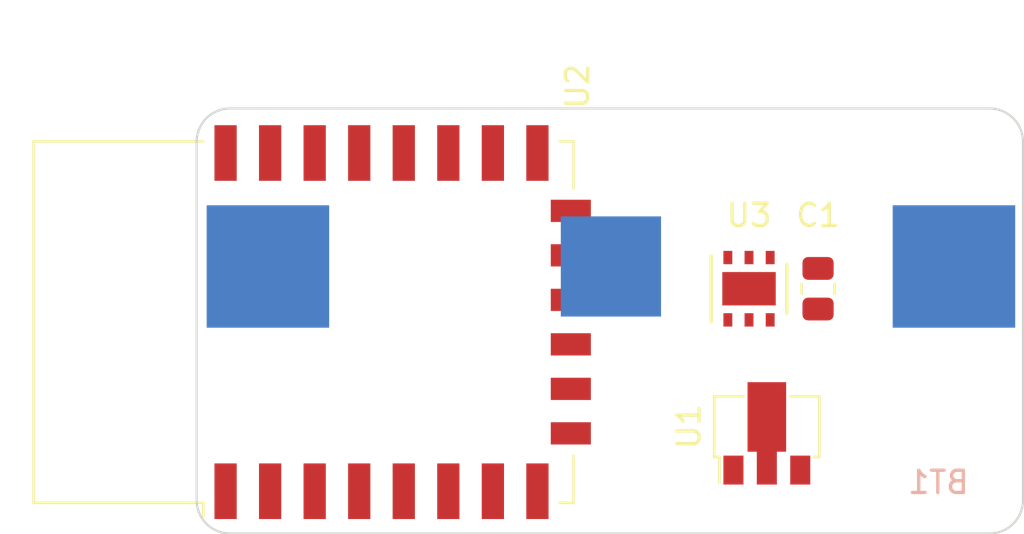
<source format=kicad_pcb>
(kicad_pcb (version 20211014) (generator pcbnew)
  (layers (0 "F.Cu" signal) (31 "B.Cu" signal) (34 "B.Paste" user) (35 "F.Paste" user) (36 "B.SilkS" user "B.Silkscreen") (37 "F.SilkS" user "F.Silkscreen") (38 "B.Mask" user) (39 "F.Mask" user) (44 "Edge.Cuts" user))
  (net 0 "")
  (net 1 "/SDA")
  (net 2 "/SCL")
  (net 4 "GND")
  (net 5 "/DRDY")
  (net 23 "Net-(U1-Pad2)")
  (net 24 "+3V0")
  (footprint "Resistor_SMD:R_0805_2012Metric" (layer "F.Cu") (at 163.1 96.5 -90)
    (fp_text reference "C1" (at -3.3 0 180) (layer "F.SilkS"))
    (fp_text value "100n")
    (fp_line (start -0.227064 0.735) (end 0.227064 0.735) (layer "F.SilkS") (width 0.12))
    (fp_line (start -0.227064 -0.735) (end 0.227064 -0.735) (layer "F.SilkS") (width 0.12))
    (pad "1" smd roundrect locked (at -0.9125 0 270) (size 1.025 1.4) (layers "F.Cu" "F.Paste" "F.Mask") (roundrect_rratio 0.243902) (net 24 "+3V0"))
    (pad "2" smd roundrect locked (at 0.9125 0 270) (size 1.025 1.4) (layers "F.Cu" "F.Paste" "F.Mask") (roundrect_rratio 0.243902) (net 4 "GND"))
  )
  (footprint "Package_SON:Texas_PWSON-N6" (layer "F.Cu") (at 160 96.5 90)
    (fp_text reference "U3" (at 3.3 0 180) (layer "F.SilkS"))
    (fp_text value "HDC2080")
    (fp_line (start 1.1 1.7) (end -1.1 1.7) (layer "F.SilkS") (width 0.15))
    (fp_line (start 1.475 -1.7) (end -1.475 -1.7) (layer "F.SilkS") (width 0.15))
    (pad "1" smd rect locked (at -1.4 -0.95 90) (size 0.6 0.4) (layers "F.Cu" "F.Paste" "F.Mask") (net 1 "/SDA"))
    (pad "2" smd rect locked (at -1.4 0 90) (size 0.6 0.4) (layers "F.Cu" "F.Paste" "F.Mask") (net 4 "GND"))
    (pad "3" smd rect locked (at -1.4 0.95 90) (size 0.6 0.4) (layers "F.Cu" "F.Paste" "F.Mask") (net 4 "GND"))
    (pad "4" smd rect locked (at 1.4 0.95 90) (size 0.6 0.4) (layers "F.Cu" "F.Paste" "F.Mask") (net 5 "/DRDY"))
    (pad "5" smd rect locked (at 1.4 0 90) (size 0.6 0.4) (layers "F.Cu" "F.Paste" "F.Mask") (net 24 "+3V0"))
    (pad "6" smd rect locked (at 1.4 -0.95 90) (size 0.6 0.4) (layers "F.Cu" "F.Paste" "F.Mask") (net 2 "/SCL"))
    (pad "7" smd rect locked (at 0 0 90) (size 1.5 2.4) (layers "F.Cu" "F.Paste" "F.Mask"))
  )
  (footprint "RF_Module:ESP-12E" (layer "F.Cu") (at 140 98 90)
    (fp_text reference "U2" (at 10.6 12.3 90) (layer "F.SilkS"))
    (fp_text value "ESP-12F")
    (fp_line (start -6 12.12) (end -8.12 12.12) (layer "F.SilkS") (width 0.12))
    (fp_line (start -8.12 -4.5) (end -8.12 -12.12) (layer "F.SilkS") (width 0.12))
    (fp_line (start -8.12 12.12) (end -8.12 11.5) (layer "F.SilkS") (width 0.12))
    (fp_line (start 8.12 11.5) (end 8.12 12.12) (layer "F.SilkS") (width 0.12))
    (fp_line (start -8.12 -4.5) (end -8.73 -4.5) (layer "F.SilkS") (width 0.12))
    (fp_line (start 8.12 -12.12) (end 8.12 -4.5) (layer "F.SilkS") (width 0.12))
    (fp_line (start -8.12 -12.12) (end 8.12 -12.12) (layer "F.SilkS") (width 0.12))
    (fp_line (start 8.12 12.12) (end 6 12.12) (layer "F.SilkS") (width 0.12))
    (pad "1" smd rect locked (at -7.6 -3.5 90) (size 2.5 1) (layers "F.Cu" "F.Paste" "F.Mask"))
    (pad "2" smd rect locked (at -7.6 -1.5 90) (size 2.5 1) (layers "F.Cu" "F.Paste" "F.Mask"))
    (pad "3" smd rect locked (at -7.6 0.5 90) (size 2.5 1) (layers "F.Cu" "F.Paste" "F.Mask"))
    (pad "4" smd rect locked (at -7.6 2.5 90) (size 2.5 1) (layers "F.Cu" "F.Paste" "F.Mask"))
    (pad "5" smd rect locked (at -7.6 4.5 90) (size 2.5 1) (layers "F.Cu" "F.Paste" "F.Mask"))
    (pad "6" smd rect locked (at -7.6 6.5 90) (size 2.5 1) (layers "F.Cu" "F.Paste" "F.Mask"))
    (pad "7" smd rect locked (at -7.6 8.5 90) (size 2.5 1) (layers "F.Cu" "F.Paste" "F.Mask"))
    (pad "8" smd rect locked (at -7.6 10.5 90) (size 2.5 1) (layers "F.Cu" "F.Paste" "F.Mask") (net 24 "+3V0"))
    (pad "9" smd rect locked (at -5 12 90) (size 1 1.8) (layers "F.Cu" "F.Paste" "F.Mask"))
    (pad "10" smd rect locked (at -3 12 90) (size 1 1.8) (layers "F.Cu" "F.Paste" "F.Mask"))
    (pad "11" smd rect locked (at -1 12 90) (size 1 1.8) (layers "F.Cu" "F.Paste" "F.Mask"))
    (pad "12" smd rect locked (at 1 12 90) (size 1 1.8) (layers "F.Cu" "F.Paste" "F.Mask"))
    (pad "13" smd rect locked (at 3 12 90) (size 1 1.8) (layers "F.Cu" "F.Paste" "F.Mask"))
    (pad "14" smd rect locked (at 5 12 90) (size 1 1.8) (layers "F.Cu" "F.Paste" "F.Mask"))
    (pad "15" smd rect locked (at 7.6 10.5 90) (size 2.5 1) (layers "F.Cu" "F.Paste" "F.Mask") (net 4 "GND"))
    (pad "16" smd rect locked (at 7.6 8.5 90) (size 2.5 1) (layers "F.Cu" "F.Paste" "F.Mask"))
    (pad "17" smd rect locked (at 7.6 6.5 90) (size 2.5 1) (layers "F.Cu" "F.Paste" "F.Mask"))
    (pad "18" smd rect locked (at 7.6 4.5 90) (size 2.5 1) (layers "F.Cu" "F.Paste" "F.Mask"))
    (pad "19" smd rect locked (at 7.6 2.5 90) (size 2.5 1) (layers "F.Cu" "F.Paste" "F.Mask") (net 1 "/SDA"))
    (pad "20" smd rect locked (at 7.6 0.5 90) (size 2.5 1) (layers "F.Cu" "F.Paste" "F.Mask") (net 2 "/SCL"))
    (pad "21" smd rect locked (at 7.6 -1.5 90) (size 2.5 1) (layers "F.Cu" "F.Paste" "F.Mask") (net 5 "/DRDY"))
    (pad "22" smd rect locked (at 7.6 -3.5 90) (size 2.5 1) (layers "F.Cu" "F.Paste" "F.Mask"))
  )
  (footprint "Package_TO_SOT_SMD:SOT-89-3" (layer "F.Cu") (at 160.8 103 90)
    (fp_text reference "U1" (at 0.3 -3.5 90) (layer "F.SilkS"))
    (fp_text value "HT7330-A")
    (fp_line (start -2.2 -2.13) (end -1.06 -2.13) (layer "F.SilkS") (width 0.12))
    (fp_line (start 1.66 2.36) (end -1.06 2.36) (layer "F.SilkS") (width 0.12))
    (fp_line (start -1.06 -2.36) (end -1.06 -2.13) (layer "F.SilkS") (width 0.12))
    (fp_line (start -1.06 -2.36) (end 1.66 -2.36) (layer "F.SilkS") (width 0.12))
    (fp_line (start -1.06 2.36) (end -1.06 2.13) (layer "F.SilkS") (width 0.12))
    (fp_line (start 1.66 1.05) (end 1.66 2.36) (layer "F.SilkS") (width 0.12))
    (fp_line (start 1.66 -2.36) (end 1.66 -1.05) (layer "F.SilkS") (width 0.12))
    (pad "1" smd rect locked (at -1.65 -1.5 90) (size 1.3 0.9) (layers "F.Cu" "F.Paste" "F.Mask") (net 4 "GND"))
    (pad "2" smd custom locked (at -1.5625 0 90) (size 1.475 0.9) (layers "F.Cu" "F.Paste" "F.Mask") (net 23 "Net-(U1-Pad2)") (options (clearance outline) (anchor rect)) (primitives (gr_poly (pts (xy 3.8625 0.8665) (xy 0.7375 0.8665) (xy 0.7375 -0.8665) (xy 3.8625 -0.8665)) (width 0) (fill yes))))
    (pad "3" smd rect locked (at -1.65 1.5 90) (size 1.3 0.9) (layers "F.Cu" "F.Paste" "F.Mask") (net 24 "+3V0"))
  )
  (footprint "Library:CR2477" (layer "B.Cu") (at 153.8 95.5 180)
    (fp_text reference "BT1" (at -14.7 -9.7 unlocked) (layer "B.SilkS") (effects (justify mirror)))
    (fp_text value "CR2477")
    (pad "1" smd rect (at 15.4 0 180) (size 5.5 5.5) (layers "B.Cu" "B.Paste" "B.Mask") (net 23 "Net-(U1-Pad2)"))
    (pad "1" smd rect (at -15.4 0 180) (size 5.5 5.5) (layers "B.Cu" "B.Paste" "B.Mask") (net 23 "Net-(U1-Pad2)"))
    (pad "2" smd rect (at 0 0 180) (size 4.5 4.5) (layers "B.Cu" "B.Paste" "B.Mask") (net 4 "GND"))
  )
  (gr_line (start 172.3 89.9) (end 172.3 106) (layer "Edge.Cuts") (width 0.1))
  (gr_line (start 135.2 106) (end 135.2 89.9) (layer "Edge.Cuts") (width 0.1))
  (gr_arc (start 136.7 107.5) (mid 135.639341 107.06066) (end 135.2 106) (layer "Edge.Cuts") (width 0.1))
  (gr_arc (start 170.8 88.4) (mid 171.860659 88.83934) (end 172.3 89.9) (layer "Edge.Cuts") (width 0.1))
  (gr_line (start 170.8 107.5) (end 136.7 107.5) (layer "Edge.Cuts") (width 0.1))
  (gr_arc (start 135.2 89.9) (mid 135.63934 88.839341) (end 136.7 88.4) (layer "Edge.Cuts") (width 0.1))
  (gr_arc (start 172.3 106) (mid 171.86066 107.060659) (end 170.8 107.5) (layer "Edge.Cuts") (width 0.1))
  (gr_line (start 136.7 88.4) (end 170.8 88.4) (layer "Edge.Cuts") (width 0.1))
)
</source>
